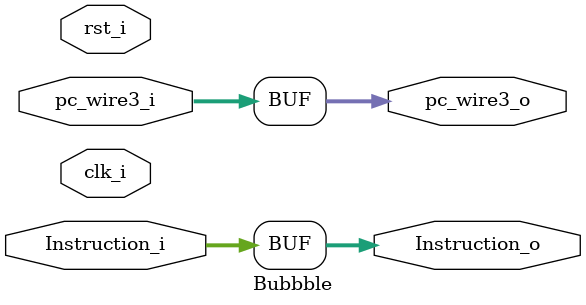
<source format=v>
module Bubbble(
    clk_i,
    rst_i,
    pc_wire3_i,
    Instruction_i,
    pc_wire3_o,
    Instruction_o
);

input   clk_i;
input   rst_i;
input   [31:0] pc_wire3_i;
input   [31:0] Instruction_i;

output  [31:0] pc_wire3_o;
output  [31:0] Instruction_o;
// reg     [31:0] pc_wire3_o;
// reg     [31:0] Instruction_o;

reg     [31:0]  instruction_file    [0:31];
reg     [31:0]  pc_wire3            [0:31];

reg     [31:0]  counter [0:1];
reg     [1:0]   b;     

integer c=0;

//Rformat Iformat bubble 2
//可能Itype會取錯範圍
//lw sw branch jump bubble 3 
// assign  pc_wire3_o=(counter[c]==2'b00)?pc_wire3[c]:32'dx;
// assign  instruction_o=(counter[c]==2'b00)?instruction_file[c]:32'dx;

always@(posedge clk_i) begin
instruction_file[(pc_wire3_i / 4)-1]=Instruction_i;
pc_wire3[(pc_wire3_i / 4)-1]=pc_wire3_i;
b=(instruction_file[(pc_wire3_i / 4)-1][31:26]==6'd35||instruction_file[(pc_wire3_i / 4)-1][31:26]==6'd43||instruction_file[(pc_wire3_i / 4)-1][31:26]==6'd2||instruction_file[(pc_wire3_i / 4)-1][31:26]==6'd3||instruction_file[(pc_wire3_i / 4)-1][31:26]==6'b000100||instruction_file[(pc_wire3_i / 4)-1][31:26]==6'b000101||instruction_file[(pc_wire3_i / 4)-1][31:26]==6'b000110||instruction_file[(pc_wire3_i / 4)-1][31:26]==6'b000111)?2'b11:2'b00;
counter[(pc_wire3_i / 4)-1]=(b!=0)?(b):2'b00;
    counter[c]=(counter[c]==2'b00)?counter[c]:counter[c]-2'b01;
    c=(counter[c]==1)?c:c+1;
end

assign  pc_wire3_o=(1)?pc_wire3_i:32'dx;
assign  Instruction_o=(1)?Instruction_i:32'dx;

endmodule
</source>
